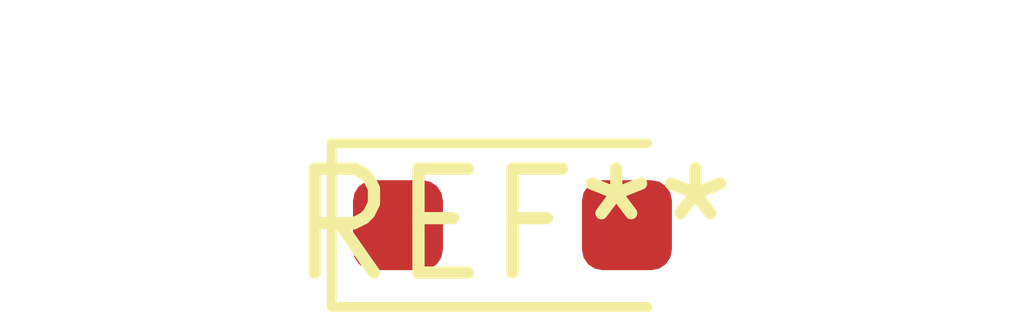
<source format=kicad_pcb>
(kicad_pcb (version 20240108) (generator pcbnew)
  (layers (0 "F.Cu" signal) (31 "B.Cu" signal) (34 "B.Paste" user) (35 "F.Paste" user) (36 "B.SilkS" user "B.Silkscreen") (37 "F.SilkS" user "F.Silkscreen") (38 "B.Mask" user) (39 "F.Mask" user) (44 "Edge.Cuts" user))
  (net 0 "")
  (footprint "D_SOD-123F" (layer "F.Cu") (at 0 0)
    (property "Reference" "REF**")
    (property "Value" "D_SOD-123F")
    (fp_line (start -2.21 -1) (end -2.21 1) (layer "F.SilkS") (stroke (width 0.12)))
    (fp_line (start -2.21 -1) (end 1.65 -1) (layer "F.SilkS") (stroke (width 0.12)))
    (fp_line (start -2.21 1) (end 1.65 1) (layer "F.SilkS") (stroke (width 0.12)))
    (pad "1" smd roundrect (at -1.4 0) (size 1.1 1.1) (layers "F.Cu" "F.Paste" "F.Mask") (roundrect_rratio 0.2272727273))
    (pad "2" smd roundrect (at 1.4 0) (size 1.1 1.1) (layers "F.Cu" "F.Paste" "F.Mask") (roundrect_rratio 0.2272727273))
  )
)
</source>
